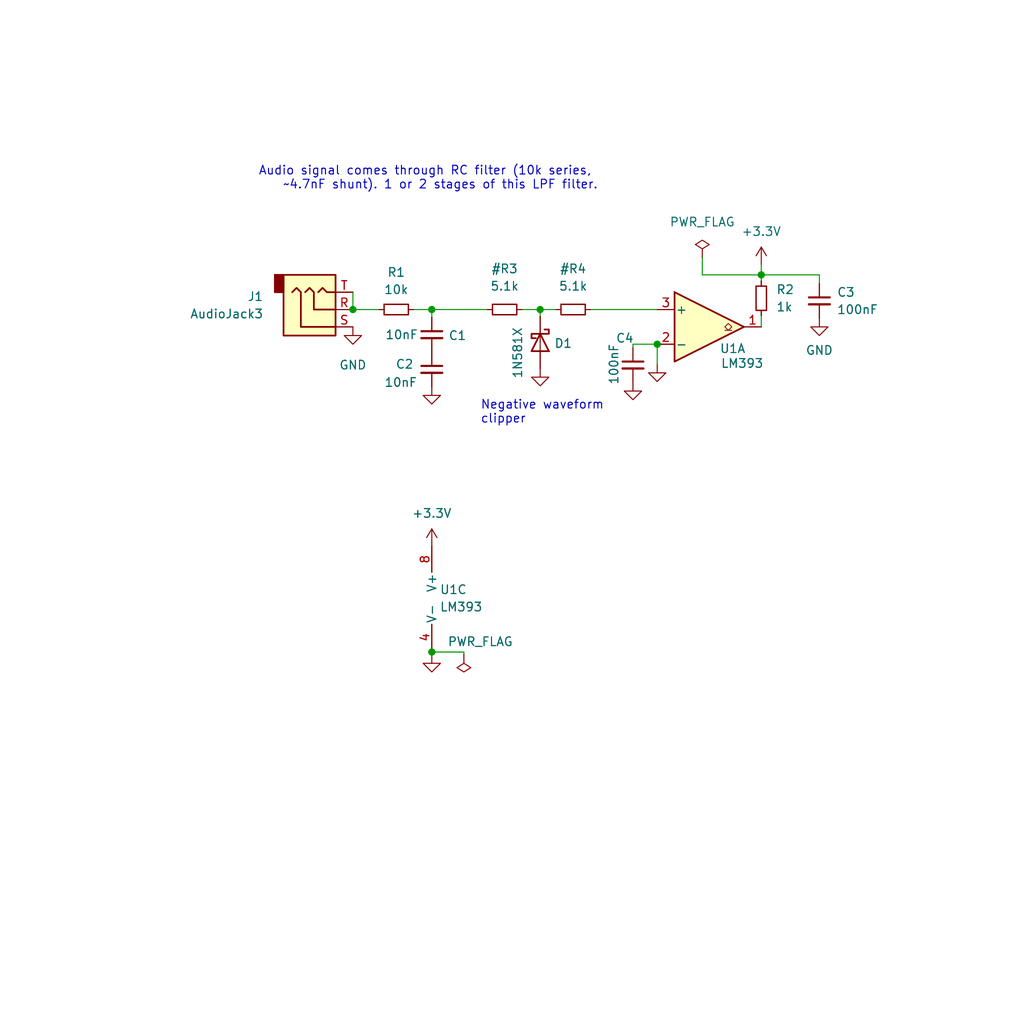
<source format=kicad_sch>
(kicad_sch (version 20211123) (generator eeschema)
  (paper "User" 150.012 150.012)
  (title_block (title "ZCD using LM393 - Audio to FSK processing!") (date "2022-10-05"))
  (lib_symbols
    (symbol "Comparator:LM393" (pin_names (offset 0.127))
      (property "Reference" "U" (at 3.81 3.81 0))
      (property "Value" "LM393" (at 6.35 -3.81 0))
      (symbol "LM393_1_1"
        (polyline (pts (xy -5.08 5.08) (xy 5.08 0) (xy -5.08 -5.08) (xy -5.08 5.08)) (stroke (width 0.254)) (fill (type background)))
        (polyline (pts (xy 3.302 -0.508) (xy 2.794 -0.508) (xy 3.302 0) (xy 2.794 0.508) (xy 2.286 0) (xy 2.794 -0.508) (xy 2.286 -0.508)) (stroke (width 0.127)))
        (pin open_collector line (at 7.62 0 180) (length 2.54) (name "~") (number "1"))
        (pin input line (at -7.62 -2.54 0) (length 2.54) (name "-") (number "2"))
        (pin input line (at -7.62 2.54 0) (length 2.54) (name "+") (number "3"))
      )
      (symbol "LM393_2_1"
        (polyline (pts (xy -5.08 5.08) (xy 5.08 0) (xy -5.08 -5.08) (xy -5.08 5.08)) (stroke (width 0.254)) (fill (type background)))
        (polyline (pts (xy 3.302 -0.508) (xy 2.794 -0.508) (xy 3.302 0) (xy 2.794 0.508) (xy 2.286 0) (xy 2.794 -0.508) (xy 2.286 -0.508)) (stroke (width 0.127)))
        (pin input line (at -7.62 2.54 0) (length 2.54) (name "+") (number "5"))
        (pin input line (at -7.62 -2.54 0) (length 2.54) (name "_") (number "6"))
        (pin open_collector line (at 7.62 0 180) (length 2.54) (name "~") (number "7"))
      )
      (symbol "LM393_3_1"
        (pin power_in line (at -2.54 -7.62 90) (length 3.81) (name "V-") (number "4"))
        (pin power_in line (at -2.54 7.62 270) (length 3.81) (name "V+") (number "8"))
      )
    )
    (symbol "Connector:AudioJack3"
      (property "Reference" "J" (at 0 8.89 0))
      (property "Value" "AudioJack3" (at 0 6.35 0))
      (symbol "AudioJack3_0_1"
        (rectangle (start -5.08 -5.08) (end -6.35 -2.54) (stroke (width 0.254)) (fill (type outline)))
        (polyline (pts (xy 0 -2.54) (xy 0.635 -3.175) (xy 1.27 -2.54) (xy 2.54 -2.54)) (stroke (width 0.254)))
        (polyline (pts (xy -1.905 -2.54) (xy -1.27 -3.175) (xy -0.635 -2.54) (xy -0.635 0) (xy 2.54 0)) (stroke (width 0.254)))
        (polyline (pts (xy 2.54 2.54) (xy -2.54 2.54) (xy -2.54 -2.54) (xy -3.175 -3.175) (xy -3.81 -2.54)) (stroke (width 0.254)))
        (rectangle (start 2.54 3.81) (end -5.08 -5.08) (stroke (width 0.254)) (fill (type background)))
      )
      (symbol "AudioJack3_1_1"
        (pin passive line (at 5.08 0 180) (length 2.54) (name "~") (number "R"))
        (pin passive line (at 5.08 2.54 180) (length 2.54) (name "~") (number "S"))
        (pin passive line (at 5.08 -2.54 180) (length 2.54) (name "~") (number "T"))
      )
    )
    (symbol "Device:C_Small" (pin_numbers hide) (pin_names (offset 0.254) hide)
      (property "Reference" "C" (at 0.254 1.778 0))
      (property "Value" "C_Small" (at 0.254 -2.032 0))
      (symbol "C_Small_0_1"
        (polyline (pts (xy -1.524 -0.508) (xy 1.524 -0.508)) (stroke (width 0.3302)))
        (polyline (pts (xy -1.524 0.508) (xy 1.524 0.508)) (stroke (width 0.3048)))
      )
      (symbol "C_Small_1_1"
        (pin passive line (at 0 2.54 270) (length 2.032) (name "~") (number "1"))
        (pin passive line (at 0 -2.54 90) (length 2.032) (name "~") (number "2"))
      )
    )
    (symbol "Device:R_Small" (pin_numbers hide) (pin_names (offset 0.254) hide)
      (property "Reference" "R" (at 0.762 0.508 0))
      (property "Value" "R_Small" (at 0.762 -1.016 0))
      (symbol "R_Small_0_1"
        (rectangle (start -0.762 1.778) (end 0.762 -1.778) (stroke (width 0.2032)))
      )
      (symbol "R_Small_1_1"
        (pin passive line (at 0 2.54 270) (length 0.762) (name "~") (number "1"))
        (pin passive line (at 0 -2.54 90) (length 0.762) (name "~") (number "2"))
      )
    )
    (symbol "Diode:1N5817" (pin_numbers hide) (pin_names (offset 1.016) hide)
      (property "Reference" "D" (at 0 2.54 0))
      (property "Value" "1N5817" (at 0 -2.54 0))
      (symbol "1N5817_0_1"
        (polyline (pts (xy 1.27 0) (xy -1.27 0)))
        (polyline (pts (xy 1.27 1.27) (xy 1.27 -1.27) (xy -1.27 0) (xy 1.27 1.27)) (stroke (width 0.254)))
        (polyline (pts (xy -1.905 0.635) (xy -1.905 1.27) (xy -1.27 1.27) (xy -1.27 -1.27) (xy -0.635 -1.27) (xy -0.635 -0.635)) (stroke (width 0.254)))
      )
      (symbol "1N5817_1_1"
        (pin passive line (at -3.81 0 0) (length 2.54) (name "K") (number "1"))
        (pin passive line (at 3.81 0 180) (length 2.54) (name "A") (number "2"))
      )
    )
    (symbol "power:+3.3V" (power) (pin_names (offset 0))
      (property "Value" "+3.3V" (at 0 3.556 0))
      (symbol "+3.3V_0_1"
        (polyline (pts (xy -0.762 1.27) (xy 0 2.54)))
        (polyline (pts (xy 0 0) (xy 0 2.54)))
        (polyline (pts (xy 0 2.54) (xy 0.762 1.27)))
      )
      (symbol "+3.3V_1_1"
        (pin power_in line (at 0 0 90) (length 0) hide (name "+3.3V") (number "1"))
      )
    )
    (symbol "power:GND" (power) (pin_names (offset 0))
      (property "Value" "GND" (at 0 -3.81 0))
      (symbol "GND_0_1"
        (polyline (pts (xy 0 0) (xy 0 -1.27) (xy 1.27 -1.27) (xy 0 -2.54) (xy -1.27 -1.27) (xy 0 -1.27)))
      )
      (symbol "GND_1_1"
        (pin power_in line (at 0 0 270) (length 0) hide (name "GND") (number "1"))
      )
    )
    (symbol "power:PWR_FLAG" (power) (pin_numbers hide) (pin_names (offset 0) hide)
      (property "Value" "PWR_FLAG" (at 0 3.81 0))
      (symbol "PWR_FLAG_0_0"
        (pin power_out line (at 0 0 90) (length 0) (name "pwr") (number "1"))
      )
      (symbol "PWR_FLAG_0_1"
        (polyline (pts (xy 0 0) (xy 0 1.27) (xy -1.016 1.905) (xy 0 2.54) (xy 1.016 1.905) (xy 0 1.27)))
      )
    )
  )
  (junction (at 111.506 40.259))
  (junction (at 51.689 45.339))
  (junction (at 96.266 50.419))
  (junction (at 63.246 95.504))
  (junction (at 79.121 45.339))
  (junction (at 63.246 45.339))
  (wire (pts (xy 120.015 40.259) (xy 111.506 40.259)))
  (wire (pts (xy 111.506 40.259) (xy 111.506 41.148)))
  (wire (pts (xy 63.246 46.482) (xy 63.246 45.339)))
  (wire (pts (xy 67.945 95.504) (xy 67.945 95.885)))
  (wire (pts (xy 63.246 45.339) (xy 71.374 45.339)))
  (wire (pts (xy 79.121 45.339) (xy 81.407 45.339)))
  (wire (pts (xy 51.689 45.339) (xy 55.499 45.339)))
  (wire (pts (xy 63.246 45.339) (xy 60.579 45.339)))
  (wire (pts (xy 63.246 95.504) (xy 63.246 95.885)))
  (wire (pts (xy 51.689 42.799) (xy 51.689 45.339)))
  (wire (pts (xy 102.87 40.259) (xy 111.506 40.259)))
  (wire (pts (xy 63.246 95.25) (xy 63.246 95.504)))
  (wire (pts (xy 79.121 46.355) (xy 79.121 45.339)))
  (wire (pts (xy 63.246 95.504) (xy 67.945 95.504)))
  (wire (pts (xy 120.015 41.529) (xy 120.015 40.259)))
  (wire (pts (xy 79.121 45.339) (xy 76.454 45.339)))
  (wire (pts (xy 111.506 38.735) (xy 111.506 40.259)))
  (wire (pts (xy 102.87 37.719) (xy 102.87 40.259)))
  (wire (pts (xy 111.506 46.228) (xy 111.506 47.879)))
  (wire (pts (xy 92.71 50.419) (xy 96.266 50.419)))
  (wire (pts (xy 86.487 45.339) (xy 96.266 45.339)))
  (wire (pts (xy 92.71 50.927) (xy 92.71 50.419)))
  (wire (pts (xy 96.266 50.419) (xy 96.266 53.34)))
  (text "Audio signal comes through RC filter (10k series, \n~4.7nF shunt). 1 or 2 stages of this LPF filter." (at 87.63 27.94 180) (effects (font (size 1.27 1.27)) (justify right bottom)))
  (text "Negative waveform\nclipper" (at 70.358 62.23 0) (effects (font (size 1.27 1.27)) (justify left bottom)))
  (symbol (lib_id "Comparator:LM393") (at 65.786 87.63 0) (unit 3)
    (property "Reference" "U1" (at 64.389 86.3599 0) (effects (justify left)))
    (property "Value" "LM393" (at 64.389 88.8999 0) (effects (justify left)))
    (property "Datasheet" "http://www.ti.com/lit/ds/symlink/lm393.pdf" (effects hide))
  )
  (symbol (lib_id "Device:R_Small") (at 73.914 45.339 90) (unit 1)
    (property "Reference" "#R3" (at 73.914 39.37 90))
    (property "Value" "5.1k" (at 73.914 41.91 90))
  )
  (symbol (lib_id "Diode:1N5817") (at 79.121 50.165 270) (unit 1)
    (property "Reference" "D1" (at 81.153 50.292 90) (effects (justify left)))
    (property "Value" "1N581X" (at 75.819 47.879 0) (effects (justify left)))
    (property "Footprint" "Diode_THT:D_DO-41_SOD81_P10.16mm_Horizontal" (effects hide))
    (property "Datasheet" "http://www.vishay.com/docs/88525/1n5817.pdf" (effects hide))
  )
  (symbol (lib_id "power:+3.3V") (at 63.246 80.01 0) (unit 1)
    (property "Reference" "#PWR01" (effects hide))
    (property "Value" "+3.3V" (at 63.246 75.184 0))
  )
  (symbol (lib_id "Device:C_Small") (at 63.246 54.102 0) (unit 1)
    (property "Reference" "C2" (at 57.912 53.34 0) (effects (justify left)))
    (property "Value" "10nF" (at 56.261 56.007 0) (effects (justify left)))
  )
  (symbol (lib_id "Device:R_Small") (at 58.039 45.339 90) (unit 1)
    (property "Reference" "R1" (at 58.039 39.878 90))
    (property "Value" "10k" (at 58.039 42.418 90))
  )
  (symbol (lib_id "power:GND") (at 92.71 56.007 0) (unit 1)
    (property "Reference" "#PWR07" (effects hide))
    (property "Value" "GND" (effects hide))
  )
  (symbol (lib_id "power:PWR_FLAG") (at 102.87 37.719 0) (unit 1)
    (property "Reference" "#FLG01" (effects hide))
    (property "Value" "PWR_FLAG" (at 102.87 32.512 0))
  )
  (symbol (lib_id "Device:C_Small") (at 120.015 44.069 0) (unit 1)
    (property "Reference" "C3" (at 122.555 42.8052 0) (effects (justify left)))
    (property "Value" "100nF" (at 122.555 45.3452 0) (effects (justify left)))
  )
  (symbol (lib_id "power:PWR_FLAG") (at 67.945 95.885 180) (unit 1)
    (property "Reference" "#FLG0101" (effects hide))
    (property "Value" "PWR_FLAG" (at 70.358 93.98 0))
  )
  (symbol (lib_id "power:GND") (at 96.266 53.34 0) (unit 1)
    (property "Reference" "#PWR05" (effects hide))
    (property "Value" "GND" (effects hide))
  )
  (symbol (lib_id "power:GND") (at 63.246 56.642 0) (unit 1)
    (property "Reference" "#PWR04" (effects hide))
    (property "Value" "GND" (effects hide))
  )
  (symbol (lib_id "power:GND") (at 63.246 95.885 0) (unit 1)
    (property "Reference" "#PWR02" (effects hide))
    (property "Value" "GND" (effects hide))
  )
  (symbol (lib_id "Device:R_Small") (at 83.947 45.339 90) (unit 1)
    (property "Reference" "#R4" (at 83.947 39.37 90))
    (property "Value" "5.1k" (at 83.947 41.91 90))
  )
  (symbol (lib_id "power:+3.3V") (at 111.506 38.735 0) (unit 1)
    (property "Reference" "#PWR06" (effects hide))
    (property "Value" "+3.3V" (at 111.506 33.909 0))
  )
  (symbol (lib_id "Device:C_Small") (at 63.246 49.022 0) (unit 1)
    (property "Reference" "C1" (at 65.659 49.149 0) (effects (justify left)))
    (property "Value" "10nF" (at 56.388 49.022 0) (effects (justify left)))
  )
  (symbol (lib_id "Comparator:LM393") (at 103.886 47.879 0) (unit 1)
    (property "Reference" "U1" (at 107.315 51.054 0))
    (property "Value" "LM393" (at 108.712 53.213 0))
    (property "Datasheet" "http://www.ti.com/lit/ds/symlink/lm393.pdf" (effects hide))
  )
  (symbol (lib_id "power:GND") (at 120.015 46.609 0) (unit 1)
    (property "Reference" "#PWR08" (effects hide))
    (property "Value" "GND" (at 120.015 51.308 0))
  )
  (symbol (lib_id "Connector:AudioJack3") (at 46.609 45.339 0) (mirror x) (unit 1)
    (property "Reference" "J1" (at 38.608 43.4339 0) (effects (justify right)))
    (property "Value" "AudioJack3" (at 38.608 45.9739 0) (effects (justify right)))
  )
  (symbol (lib_id "power:GND") (at 79.121 53.975 0) (unit 1)
    (property "Reference" "#PWR09" (effects hide))
    (property "Value" "GND" (effects hide))
  )
  (symbol (lib_id "Device:R_Small") (at 111.506 43.688 0) (unit 1)
    (property "Reference" "R2" (at 113.665 42.4179 0) (effects (justify left)))
    (property "Value" "1k" (at 113.665 44.9579 0) (effects (justify left)))
  )
  (symbol (lib_id "Device:C_Small") (at 92.71 53.467 0) (unit 1)
    (property "Reference" "C4" (at 90.17 49.53 0) (effects (justify left)))
    (property "Value" "100nF" (at 89.916 56.388 90) (effects (justify left)))
  )
  (symbol (lib_id "power:GND") (at 51.689 47.879 0) (unit 1)
    (property "Reference" "#PWR03" (effects hide))
    (property "Value" "GND" (at 51.689 53.467 0))
  )
)
</source>
